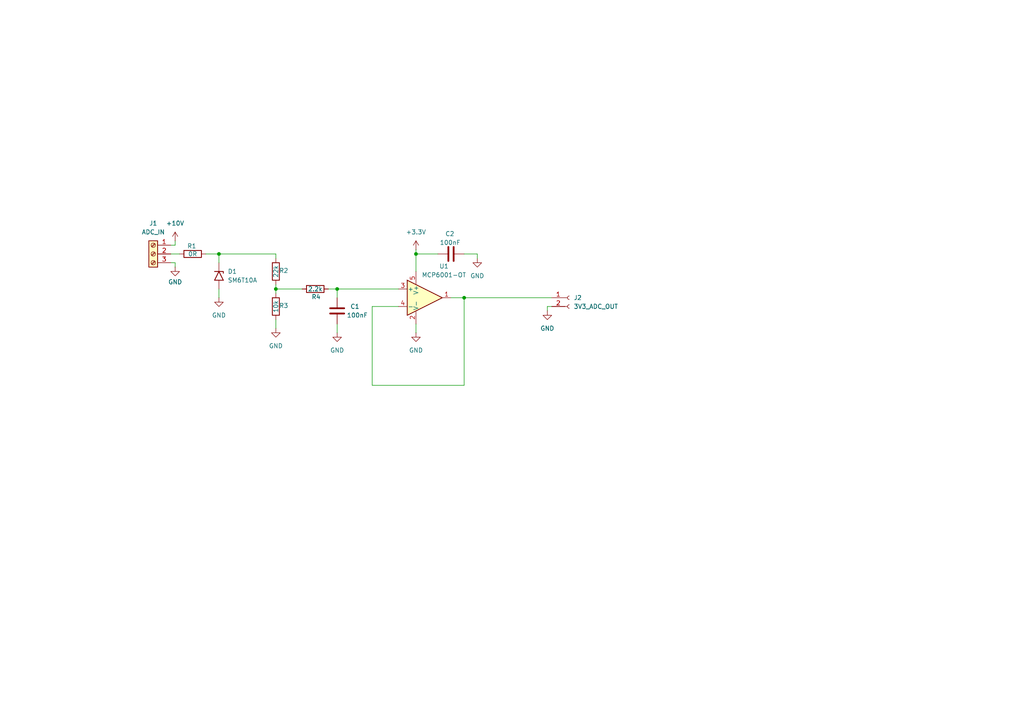
<source format=kicad_sch>
(kicad_sch
	(version 20250114)
	(generator "eeschema")
	(generator_version "9.0")
	(uuid "6cb1537f-5704-49f2-8ad0-b847e573fb93")
	(paper "A4")
	(lib_symbols
		(symbol "Amplifier_Operational:MCP6001-OT"
			(pin_names
				(offset 0.127)
			)
			(exclude_from_sim no)
			(in_bom yes)
			(on_board yes)
			(property "Reference" "U"
				(at -1.27 6.35 0)
				(effects
					(font
						(size 1.27 1.27)
					)
					(justify left)
				)
			)
			(property "Value" "MCP6001-OT"
				(at -1.27 3.81 0)
				(effects
					(font
						(size 1.27 1.27)
					)
					(justify left)
				)
			)
			(property "Footprint" "Package_TO_SOT_SMD:SOT-23-5"
				(at -2.54 -5.08 0)
				(effects
					(font
						(size 1.27 1.27)
					)
					(justify left)
					(hide yes)
				)
			)
			(property "Datasheet" "https://ww1.microchip.com/downloads/en/DeviceDoc/MCP6001-1R-1U-2-4-1-MHz-Low-Power-Op-Amp-DS20001733L.pdf"
				(at 0 5.08 0)
				(effects
					(font
						(size 1.27 1.27)
					)
					(hide yes)
				)
			)
			(property "Description" "1MHz, Low-Power Op Amp, SOT-23-5"
				(at 0 0 0)
				(effects
					(font
						(size 1.27 1.27)
					)
					(hide yes)
				)
			)
			(property "ki_keywords" "single opamp"
				(at 0 0 0)
				(effects
					(font
						(size 1.27 1.27)
					)
					(hide yes)
				)
			)
			(property "ki_fp_filters" "SOT?23*"
				(at 0 0 0)
				(effects
					(font
						(size 1.27 1.27)
					)
					(hide yes)
				)
			)
			(symbol "MCP6001-OT_0_1"
				(polyline
					(pts
						(xy -5.08 5.08) (xy 5.08 0) (xy -5.08 -5.08) (xy -5.08 5.08)
					)
					(stroke
						(width 0.254)
						(type default)
					)
					(fill
						(type background)
					)
				)
				(pin power_in line
					(at -2.54 7.62 270)
					(length 3.81)
					(name "V+"
						(effects
							(font
								(size 1.27 1.27)
							)
						)
					)
					(number "5"
						(effects
							(font
								(size 1.27 1.27)
							)
						)
					)
				)
				(pin power_in line
					(at -2.54 -7.62 90)
					(length 3.81)
					(name "V-"
						(effects
							(font
								(size 1.27 1.27)
							)
						)
					)
					(number "2"
						(effects
							(font
								(size 1.27 1.27)
							)
						)
					)
				)
			)
			(symbol "MCP6001-OT_1_1"
				(pin input line
					(at -7.62 2.54 0)
					(length 2.54)
					(name "+"
						(effects
							(font
								(size 1.27 1.27)
							)
						)
					)
					(number "3"
						(effects
							(font
								(size 1.27 1.27)
							)
						)
					)
				)
				(pin input line
					(at -7.62 -2.54 0)
					(length 2.54)
					(name "-"
						(effects
							(font
								(size 1.27 1.27)
							)
						)
					)
					(number "4"
						(effects
							(font
								(size 1.27 1.27)
							)
						)
					)
				)
				(pin output line
					(at 7.62 0 180)
					(length 2.54)
					(name "~"
						(effects
							(font
								(size 1.27 1.27)
							)
						)
					)
					(number "1"
						(effects
							(font
								(size 1.27 1.27)
							)
						)
					)
				)
			)
			(embedded_fonts no)
		)
		(symbol "Connector:Conn_01x02_Socket"
			(pin_names
				(offset 1.016)
				(hide yes)
			)
			(exclude_from_sim no)
			(in_bom yes)
			(on_board yes)
			(property "Reference" "J"
				(at 0 2.54 0)
				(effects
					(font
						(size 1.27 1.27)
					)
				)
			)
			(property "Value" "Conn_01x02_Socket"
				(at 0 -5.08 0)
				(effects
					(font
						(size 1.27 1.27)
					)
				)
			)
			(property "Footprint" ""
				(at 0 0 0)
				(effects
					(font
						(size 1.27 1.27)
					)
					(hide yes)
				)
			)
			(property "Datasheet" "~"
				(at 0 0 0)
				(effects
					(font
						(size 1.27 1.27)
					)
					(hide yes)
				)
			)
			(property "Description" "Generic connector, single row, 01x02, script generated"
				(at 0 0 0)
				(effects
					(font
						(size 1.27 1.27)
					)
					(hide yes)
				)
			)
			(property "ki_locked" ""
				(at 0 0 0)
				(effects
					(font
						(size 1.27 1.27)
					)
				)
			)
			(property "ki_keywords" "connector"
				(at 0 0 0)
				(effects
					(font
						(size 1.27 1.27)
					)
					(hide yes)
				)
			)
			(property "ki_fp_filters" "Connector*:*_1x??_*"
				(at 0 0 0)
				(effects
					(font
						(size 1.27 1.27)
					)
					(hide yes)
				)
			)
			(symbol "Conn_01x02_Socket_1_1"
				(polyline
					(pts
						(xy -1.27 0) (xy -0.508 0)
					)
					(stroke
						(width 0.1524)
						(type default)
					)
					(fill
						(type none)
					)
				)
				(polyline
					(pts
						(xy -1.27 -2.54) (xy -0.508 -2.54)
					)
					(stroke
						(width 0.1524)
						(type default)
					)
					(fill
						(type none)
					)
				)
				(arc
					(start 0 -0.508)
					(mid -0.5058 0)
					(end 0 0.508)
					(stroke
						(width 0.1524)
						(type default)
					)
					(fill
						(type none)
					)
				)
				(arc
					(start 0 -3.048)
					(mid -0.5058 -2.54)
					(end 0 -2.032)
					(stroke
						(width 0.1524)
						(type default)
					)
					(fill
						(type none)
					)
				)
				(pin passive line
					(at -5.08 0 0)
					(length 3.81)
					(name "Pin_1"
						(effects
							(font
								(size 1.27 1.27)
							)
						)
					)
					(number "1"
						(effects
							(font
								(size 1.27 1.27)
							)
						)
					)
				)
				(pin passive line
					(at -5.08 -2.54 0)
					(length 3.81)
					(name "Pin_2"
						(effects
							(font
								(size 1.27 1.27)
							)
						)
					)
					(number "2"
						(effects
							(font
								(size 1.27 1.27)
							)
						)
					)
				)
			)
			(embedded_fonts no)
		)
		(symbol "Connector:Screw_Terminal_01x03"
			(pin_names
				(offset 1.016)
				(hide yes)
			)
			(exclude_from_sim no)
			(in_bom yes)
			(on_board yes)
			(property "Reference" "J"
				(at 0 5.08 0)
				(effects
					(font
						(size 1.27 1.27)
					)
				)
			)
			(property "Value" "Screw_Terminal_01x03"
				(at 0 -5.08 0)
				(effects
					(font
						(size 1.27 1.27)
					)
				)
			)
			(property "Footprint" ""
				(at 0 0 0)
				(effects
					(font
						(size 1.27 1.27)
					)
					(hide yes)
				)
			)
			(property "Datasheet" "~"
				(at 0 0 0)
				(effects
					(font
						(size 1.27 1.27)
					)
					(hide yes)
				)
			)
			(property "Description" "Generic screw terminal, single row, 01x03, script generated (kicad-library-utils/schlib/autogen/connector/)"
				(at 0 0 0)
				(effects
					(font
						(size 1.27 1.27)
					)
					(hide yes)
				)
			)
			(property "ki_keywords" "screw terminal"
				(at 0 0 0)
				(effects
					(font
						(size 1.27 1.27)
					)
					(hide yes)
				)
			)
			(property "ki_fp_filters" "TerminalBlock*:*"
				(at 0 0 0)
				(effects
					(font
						(size 1.27 1.27)
					)
					(hide yes)
				)
			)
			(symbol "Screw_Terminal_01x03_1_1"
				(rectangle
					(start -1.27 3.81)
					(end 1.27 -3.81)
					(stroke
						(width 0.254)
						(type default)
					)
					(fill
						(type background)
					)
				)
				(polyline
					(pts
						(xy -0.5334 2.8702) (xy 0.3302 2.032)
					)
					(stroke
						(width 0.1524)
						(type default)
					)
					(fill
						(type none)
					)
				)
				(polyline
					(pts
						(xy -0.5334 0.3302) (xy 0.3302 -0.508)
					)
					(stroke
						(width 0.1524)
						(type default)
					)
					(fill
						(type none)
					)
				)
				(polyline
					(pts
						(xy -0.5334 -2.2098) (xy 0.3302 -3.048)
					)
					(stroke
						(width 0.1524)
						(type default)
					)
					(fill
						(type none)
					)
				)
				(polyline
					(pts
						(xy -0.3556 3.048) (xy 0.508 2.2098)
					)
					(stroke
						(width 0.1524)
						(type default)
					)
					(fill
						(type none)
					)
				)
				(polyline
					(pts
						(xy -0.3556 0.508) (xy 0.508 -0.3302)
					)
					(stroke
						(width 0.1524)
						(type default)
					)
					(fill
						(type none)
					)
				)
				(polyline
					(pts
						(xy -0.3556 -2.032) (xy 0.508 -2.8702)
					)
					(stroke
						(width 0.1524)
						(type default)
					)
					(fill
						(type none)
					)
				)
				(circle
					(center 0 2.54)
					(radius 0.635)
					(stroke
						(width 0.1524)
						(type default)
					)
					(fill
						(type none)
					)
				)
				(circle
					(center 0 0)
					(radius 0.635)
					(stroke
						(width 0.1524)
						(type default)
					)
					(fill
						(type none)
					)
				)
				(circle
					(center 0 -2.54)
					(radius 0.635)
					(stroke
						(width 0.1524)
						(type default)
					)
					(fill
						(type none)
					)
				)
				(pin passive line
					(at -5.08 2.54 0)
					(length 3.81)
					(name "Pin_1"
						(effects
							(font
								(size 1.27 1.27)
							)
						)
					)
					(number "1"
						(effects
							(font
								(size 1.27 1.27)
							)
						)
					)
				)
				(pin passive line
					(at -5.08 0 0)
					(length 3.81)
					(name "Pin_2"
						(effects
							(font
								(size 1.27 1.27)
							)
						)
					)
					(number "2"
						(effects
							(font
								(size 1.27 1.27)
							)
						)
					)
				)
				(pin passive line
					(at -5.08 -2.54 0)
					(length 3.81)
					(name "Pin_3"
						(effects
							(font
								(size 1.27 1.27)
							)
						)
					)
					(number "3"
						(effects
							(font
								(size 1.27 1.27)
							)
						)
					)
				)
			)
			(embedded_fonts no)
		)
		(symbol "Device:C"
			(pin_numbers
				(hide yes)
			)
			(pin_names
				(offset 0.254)
			)
			(exclude_from_sim no)
			(in_bom yes)
			(on_board yes)
			(property "Reference" "C"
				(at 0.635 2.54 0)
				(effects
					(font
						(size 1.27 1.27)
					)
					(justify left)
				)
			)
			(property "Value" "C"
				(at 0.635 -2.54 0)
				(effects
					(font
						(size 1.27 1.27)
					)
					(justify left)
				)
			)
			(property "Footprint" ""
				(at 0.9652 -3.81 0)
				(effects
					(font
						(size 1.27 1.27)
					)
					(hide yes)
				)
			)
			(property "Datasheet" "~"
				(at 0 0 0)
				(effects
					(font
						(size 1.27 1.27)
					)
					(hide yes)
				)
			)
			(property "Description" "Unpolarized capacitor"
				(at 0 0 0)
				(effects
					(font
						(size 1.27 1.27)
					)
					(hide yes)
				)
			)
			(property "ki_keywords" "cap capacitor"
				(at 0 0 0)
				(effects
					(font
						(size 1.27 1.27)
					)
					(hide yes)
				)
			)
			(property "ki_fp_filters" "C_*"
				(at 0 0 0)
				(effects
					(font
						(size 1.27 1.27)
					)
					(hide yes)
				)
			)
			(symbol "C_0_1"
				(polyline
					(pts
						(xy -2.032 0.762) (xy 2.032 0.762)
					)
					(stroke
						(width 0.508)
						(type default)
					)
					(fill
						(type none)
					)
				)
				(polyline
					(pts
						(xy -2.032 -0.762) (xy 2.032 -0.762)
					)
					(stroke
						(width 0.508)
						(type default)
					)
					(fill
						(type none)
					)
				)
			)
			(symbol "C_1_1"
				(pin passive line
					(at 0 3.81 270)
					(length 2.794)
					(name "~"
						(effects
							(font
								(size 1.27 1.27)
							)
						)
					)
					(number "1"
						(effects
							(font
								(size 1.27 1.27)
							)
						)
					)
				)
				(pin passive line
					(at 0 -3.81 90)
					(length 2.794)
					(name "~"
						(effects
							(font
								(size 1.27 1.27)
							)
						)
					)
					(number "2"
						(effects
							(font
								(size 1.27 1.27)
							)
						)
					)
				)
			)
			(embedded_fonts no)
		)
		(symbol "Device:R"
			(pin_numbers
				(hide yes)
			)
			(pin_names
				(offset 0)
			)
			(exclude_from_sim no)
			(in_bom yes)
			(on_board yes)
			(property "Reference" "R"
				(at 2.032 0 90)
				(effects
					(font
						(size 1.27 1.27)
					)
				)
			)
			(property "Value" "R"
				(at 0 0 90)
				(effects
					(font
						(size 1.27 1.27)
					)
				)
			)
			(property "Footprint" ""
				(at -1.778 0 90)
				(effects
					(font
						(size 1.27 1.27)
					)
					(hide yes)
				)
			)
			(property "Datasheet" "~"
				(at 0 0 0)
				(effects
					(font
						(size 1.27 1.27)
					)
					(hide yes)
				)
			)
			(property "Description" "Resistor"
				(at 0 0 0)
				(effects
					(font
						(size 1.27 1.27)
					)
					(hide yes)
				)
			)
			(property "ki_keywords" "R res resistor"
				(at 0 0 0)
				(effects
					(font
						(size 1.27 1.27)
					)
					(hide yes)
				)
			)
			(property "ki_fp_filters" "R_*"
				(at 0 0 0)
				(effects
					(font
						(size 1.27 1.27)
					)
					(hide yes)
				)
			)
			(symbol "R_0_1"
				(rectangle
					(start -1.016 -2.54)
					(end 1.016 2.54)
					(stroke
						(width 0.254)
						(type default)
					)
					(fill
						(type none)
					)
				)
			)
			(symbol "R_1_1"
				(pin passive line
					(at 0 3.81 270)
					(length 1.27)
					(name "~"
						(effects
							(font
								(size 1.27 1.27)
							)
						)
					)
					(number "1"
						(effects
							(font
								(size 1.27 1.27)
							)
						)
					)
				)
				(pin passive line
					(at 0 -3.81 90)
					(length 1.27)
					(name "~"
						(effects
							(font
								(size 1.27 1.27)
							)
						)
					)
					(number "2"
						(effects
							(font
								(size 1.27 1.27)
							)
						)
					)
				)
			)
			(embedded_fonts no)
		)
		(symbol "Diode:SM6T10A"
			(pin_numbers
				(hide yes)
			)
			(pin_names
				(offset 1.016)
				(hide yes)
			)
			(exclude_from_sim no)
			(in_bom yes)
			(on_board yes)
			(property "Reference" "D"
				(at 0 2.54 0)
				(effects
					(font
						(size 1.27 1.27)
					)
				)
			)
			(property "Value" "SM6T10A"
				(at 0 -2.54 0)
				(effects
					(font
						(size 1.27 1.27)
					)
				)
			)
			(property "Footprint" "Diode_SMD:D_SMB"
				(at 0 -5.08 0)
				(effects
					(font
						(size 1.27 1.27)
					)
					(hide yes)
				)
			)
			(property "Datasheet" "https://www.st.com/resource/en/datasheet/sm6t.pdf"
				(at -1.27 0 0)
				(effects
					(font
						(size 1.27 1.27)
					)
					(hide yes)
				)
			)
			(property "Description" "600W unidirectional Transil Transient Voltage Suppressor, 10Vrwm, DO-214AA"
				(at 0 0 0)
				(effects
					(font
						(size 1.27 1.27)
					)
					(hide yes)
				)
			)
			(property "ki_keywords" "diode TVS voltage suppressor"
				(at 0 0 0)
				(effects
					(font
						(size 1.27 1.27)
					)
					(hide yes)
				)
			)
			(property "ki_fp_filters" "D*SMB*"
				(at 0 0 0)
				(effects
					(font
						(size 1.27 1.27)
					)
					(hide yes)
				)
			)
			(symbol "SM6T10A_0_1"
				(polyline
					(pts
						(xy -0.762 1.27) (xy -1.27 1.27) (xy -1.27 -1.27)
					)
					(stroke
						(width 0.254)
						(type default)
					)
					(fill
						(type none)
					)
				)
				(polyline
					(pts
						(xy 1.27 1.27) (xy 1.27 -1.27) (xy -1.27 0) (xy 1.27 1.27)
					)
					(stroke
						(width 0.254)
						(type default)
					)
					(fill
						(type none)
					)
				)
			)
			(symbol "SM6T10A_1_1"
				(pin passive line
					(at -3.81 0 0)
					(length 2.54)
					(name "A1"
						(effects
							(font
								(size 1.27 1.27)
							)
						)
					)
					(number "1"
						(effects
							(font
								(size 1.27 1.27)
							)
						)
					)
				)
				(pin passive line
					(at 3.81 0 180)
					(length 2.54)
					(name "A2"
						(effects
							(font
								(size 1.27 1.27)
							)
						)
					)
					(number "2"
						(effects
							(font
								(size 1.27 1.27)
							)
						)
					)
				)
			)
			(embedded_fonts no)
		)
		(symbol "power:+10V"
			(power)
			(pin_numbers
				(hide yes)
			)
			(pin_names
				(offset 0)
				(hide yes)
			)
			(exclude_from_sim no)
			(in_bom yes)
			(on_board yes)
			(property "Reference" "#PWR"
				(at 0 -3.81 0)
				(effects
					(font
						(size 1.27 1.27)
					)
					(hide yes)
				)
			)
			(property "Value" "+10V"
				(at 0 3.556 0)
				(effects
					(font
						(size 1.27 1.27)
					)
				)
			)
			(property "Footprint" ""
				(at 0 0 0)
				(effects
					(font
						(size 1.27 1.27)
					)
					(hide yes)
				)
			)
			(property "Datasheet" ""
				(at 0 0 0)
				(effects
					(font
						(size 1.27 1.27)
					)
					(hide yes)
				)
			)
			(property "Description" "Power symbol creates a global label with name \"+10V\""
				(at 0 0 0)
				(effects
					(font
						(size 1.27 1.27)
					)
					(hide yes)
				)
			)
			(property "ki_keywords" "global power"
				(at 0 0 0)
				(effects
					(font
						(size 1.27 1.27)
					)
					(hide yes)
				)
			)
			(symbol "+10V_0_1"
				(polyline
					(pts
						(xy -0.762 1.27) (xy 0 2.54)
					)
					(stroke
						(width 0)
						(type default)
					)
					(fill
						(type none)
					)
				)
				(polyline
					(pts
						(xy 0 2.54) (xy 0.762 1.27)
					)
					(stroke
						(width 0)
						(type default)
					)
					(fill
						(type none)
					)
				)
				(polyline
					(pts
						(xy 0 0) (xy 0 2.54)
					)
					(stroke
						(width 0)
						(type default)
					)
					(fill
						(type none)
					)
				)
			)
			(symbol "+10V_1_1"
				(pin power_in line
					(at 0 0 90)
					(length 0)
					(name "~"
						(effects
							(font
								(size 1.27 1.27)
							)
						)
					)
					(number "1"
						(effects
							(font
								(size 1.27 1.27)
							)
						)
					)
				)
			)
			(embedded_fonts no)
		)
		(symbol "power:+3.3V"
			(power)
			(pin_numbers
				(hide yes)
			)
			(pin_names
				(offset 0)
				(hide yes)
			)
			(exclude_from_sim no)
			(in_bom yes)
			(on_board yes)
			(property "Reference" "#PWR"
				(at 0 -3.81 0)
				(effects
					(font
						(size 1.27 1.27)
					)
					(hide yes)
				)
			)
			(property "Value" "+3.3V"
				(at 0 3.556 0)
				(effects
					(font
						(size 1.27 1.27)
					)
				)
			)
			(property "Footprint" ""
				(at 0 0 0)
				(effects
					(font
						(size 1.27 1.27)
					)
					(hide yes)
				)
			)
			(property "Datasheet" ""
				(at 0 0 0)
				(effects
					(font
						(size 1.27 1.27)
					)
					(hide yes)
				)
			)
			(property "Description" "Power symbol creates a global label with name \"+3.3V\""
				(at 0 0 0)
				(effects
					(font
						(size 1.27 1.27)
					)
					(hide yes)
				)
			)
			(property "ki_keywords" "global power"
				(at 0 0 0)
				(effects
					(font
						(size 1.27 1.27)
					)
					(hide yes)
				)
			)
			(symbol "+3.3V_0_1"
				(polyline
					(pts
						(xy -0.762 1.27) (xy 0 2.54)
					)
					(stroke
						(width 0)
						(type default)
					)
					(fill
						(type none)
					)
				)
				(polyline
					(pts
						(xy 0 2.54) (xy 0.762 1.27)
					)
					(stroke
						(width 0)
						(type default)
					)
					(fill
						(type none)
					)
				)
				(polyline
					(pts
						(xy 0 0) (xy 0 2.54)
					)
					(stroke
						(width 0)
						(type default)
					)
					(fill
						(type none)
					)
				)
			)
			(symbol "+3.3V_1_1"
				(pin power_in line
					(at 0 0 90)
					(length 0)
					(name "~"
						(effects
							(font
								(size 1.27 1.27)
							)
						)
					)
					(number "1"
						(effects
							(font
								(size 1.27 1.27)
							)
						)
					)
				)
			)
			(embedded_fonts no)
		)
		(symbol "power:GND"
			(power)
			(pin_numbers
				(hide yes)
			)
			(pin_names
				(offset 0)
				(hide yes)
			)
			(exclude_from_sim no)
			(in_bom yes)
			(on_board yes)
			(property "Reference" "#PWR"
				(at 0 -6.35 0)
				(effects
					(font
						(size 1.27 1.27)
					)
					(hide yes)
				)
			)
			(property "Value" "GND"
				(at 0 -3.81 0)
				(effects
					(font
						(size 1.27 1.27)
					)
				)
			)
			(property "Footprint" ""
				(at 0 0 0)
				(effects
					(font
						(size 1.27 1.27)
					)
					(hide yes)
				)
			)
			(property "Datasheet" ""
				(at 0 0 0)
				(effects
					(font
						(size 1.27 1.27)
					)
					(hide yes)
				)
			)
			(property "Description" "Power symbol creates a global label with name \"GND\" , ground"
				(at 0 0 0)
				(effects
					(font
						(size 1.27 1.27)
					)
					(hide yes)
				)
			)
			(property "ki_keywords" "global power"
				(at 0 0 0)
				(effects
					(font
						(size 1.27 1.27)
					)
					(hide yes)
				)
			)
			(symbol "GND_0_1"
				(polyline
					(pts
						(xy 0 0) (xy 0 -1.27) (xy 1.27 -1.27) (xy 0 -2.54) (xy -1.27 -1.27) (xy 0 -1.27)
					)
					(stroke
						(width 0)
						(type default)
					)
					(fill
						(type none)
					)
				)
			)
			(symbol "GND_1_1"
				(pin power_in line
					(at 0 0 270)
					(length 0)
					(name "~"
						(effects
							(font
								(size 1.27 1.27)
							)
						)
					)
					(number "1"
						(effects
							(font
								(size 1.27 1.27)
							)
						)
					)
				)
			)
			(embedded_fonts no)
		)
	)
	(junction
		(at 120.65 73.66)
		(diameter 0)
		(color 0 0 0 0)
		(uuid "0fada9c7-80b9-442c-bf64-ede61dfcea64")
	)
	(junction
		(at 63.5 73.66)
		(diameter 0)
		(color 0 0 0 0)
		(uuid "60b97ad8-43ee-499e-a4f1-9b8100f8223a")
	)
	(junction
		(at 134.62 86.36)
		(diameter 0)
		(color 0 0 0 0)
		(uuid "8488ff09-5097-44a3-9f83-5ac7d180df00")
	)
	(junction
		(at 97.79 83.82)
		(diameter 0)
		(color 0 0 0 0)
		(uuid "a6baebdd-b5d8-475d-ae04-95686b2aa555")
	)
	(junction
		(at 80.01 83.82)
		(diameter 0)
		(color 0 0 0 0)
		(uuid "f753dda3-53e0-4b93-bf3a-d0765ba19311")
	)
	(wire
		(pts
			(xy 50.8 76.2) (xy 50.8 77.47)
		)
		(stroke
			(width 0)
			(type default)
		)
		(uuid "03af3c53-2516-4da1-aca7-2a9b460b3b08")
	)
	(wire
		(pts
			(xy 50.8 71.12) (xy 49.53 71.12)
		)
		(stroke
			(width 0)
			(type default)
		)
		(uuid "29287b41-b9c1-420f-bbf1-88d059120a3c")
	)
	(wire
		(pts
			(xy 120.65 72.39) (xy 120.65 73.66)
		)
		(stroke
			(width 0)
			(type default)
		)
		(uuid "2ba01bba-468d-4579-b007-0bde9e988fe9")
	)
	(wire
		(pts
			(xy 158.75 90.17) (xy 158.75 88.9)
		)
		(stroke
			(width 0)
			(type default)
		)
		(uuid "30ed9da1-7d8d-4045-ad16-f2ae4cf3d2b1")
	)
	(wire
		(pts
			(xy 59.69 73.66) (xy 63.5 73.66)
		)
		(stroke
			(width 0)
			(type default)
		)
		(uuid "38416c36-71b4-4f18-b9cb-c31f1e26e56c")
	)
	(wire
		(pts
			(xy 97.79 93.98) (xy 97.79 96.52)
		)
		(stroke
			(width 0)
			(type default)
		)
		(uuid "45265252-61c2-4505-a293-c8fb4a51b44a")
	)
	(wire
		(pts
			(xy 49.53 76.2) (xy 50.8 76.2)
		)
		(stroke
			(width 0)
			(type default)
		)
		(uuid "5312b3d5-e0b9-49b3-8b68-da170b171890")
	)
	(wire
		(pts
			(xy 97.79 83.82) (xy 115.57 83.82)
		)
		(stroke
			(width 0)
			(type default)
		)
		(uuid "62d121b0-0b8c-49e5-8105-dc02542924fb")
	)
	(wire
		(pts
			(xy 80.01 82.55) (xy 80.01 83.82)
		)
		(stroke
			(width 0)
			(type default)
		)
		(uuid "672bbe39-d0c3-4936-8b59-1c1f5073a55b")
	)
	(wire
		(pts
			(xy 80.01 73.66) (xy 80.01 74.93)
		)
		(stroke
			(width 0)
			(type default)
		)
		(uuid "68604695-51cb-4eec-9f2e-5611d95b8c0b")
	)
	(wire
		(pts
			(xy 158.75 88.9) (xy 160.02 88.9)
		)
		(stroke
			(width 0)
			(type default)
		)
		(uuid "6a5fd3d8-5564-4890-9c75-8e76e87184a3")
	)
	(wire
		(pts
			(xy 107.95 88.9) (xy 107.95 111.76)
		)
		(stroke
			(width 0)
			(type default)
		)
		(uuid "6fcc9593-97a3-42a5-a510-98d690fe718f")
	)
	(wire
		(pts
			(xy 134.62 111.76) (xy 134.62 86.36)
		)
		(stroke
			(width 0)
			(type default)
		)
		(uuid "744d7d05-3f1f-4de8-92f0-b4281fb65dda")
	)
	(wire
		(pts
			(xy 130.81 86.36) (xy 134.62 86.36)
		)
		(stroke
			(width 0)
			(type default)
		)
		(uuid "8206a4e6-a9cd-4a0c-b2aa-1b0f7daa58ba")
	)
	(wire
		(pts
			(xy 63.5 83.82) (xy 63.5 86.36)
		)
		(stroke
			(width 0)
			(type default)
		)
		(uuid "94090307-76bc-40e0-9676-c153659127c4")
	)
	(wire
		(pts
			(xy 120.65 73.66) (xy 127 73.66)
		)
		(stroke
			(width 0)
			(type default)
		)
		(uuid "a3b5b007-6068-455a-8dea-16773b1a2fa6")
	)
	(wire
		(pts
			(xy 50.8 69.85) (xy 50.8 71.12)
		)
		(stroke
			(width 0)
			(type default)
		)
		(uuid "ac77248e-c2a1-414c-9999-7139dc09f0ff")
	)
	(wire
		(pts
			(xy 49.53 73.66) (xy 52.07 73.66)
		)
		(stroke
			(width 0)
			(type default)
		)
		(uuid "b1c0c9cf-820a-444e-8355-2db38b400435")
	)
	(wire
		(pts
			(xy 120.65 93.98) (xy 120.65 96.52)
		)
		(stroke
			(width 0)
			(type default)
		)
		(uuid "b1e2ed3e-91dd-4ee6-a40e-1d3a6f8ebb47")
	)
	(wire
		(pts
			(xy 97.79 86.36) (xy 97.79 83.82)
		)
		(stroke
			(width 0)
			(type default)
		)
		(uuid "b4bc34a4-90fa-41a8-8945-eb0f1ec71a14")
	)
	(wire
		(pts
			(xy 138.43 73.66) (xy 134.62 73.66)
		)
		(stroke
			(width 0)
			(type default)
		)
		(uuid "b662034d-b848-4039-970c-896debadb770")
	)
	(wire
		(pts
			(xy 134.62 86.36) (xy 160.02 86.36)
		)
		(stroke
			(width 0)
			(type default)
		)
		(uuid "d2b46bbd-a016-4b85-a1a2-474e3ca8ff7c")
	)
	(wire
		(pts
			(xy 80.01 83.82) (xy 80.01 85.09)
		)
		(stroke
			(width 0)
			(type default)
		)
		(uuid "d624a3a1-c857-4c88-892e-0043b1e2a451")
	)
	(wire
		(pts
			(xy 63.5 73.66) (xy 80.01 73.66)
		)
		(stroke
			(width 0)
			(type default)
		)
		(uuid "dd680ec8-3680-415a-bafa-d3cdd81dd0a1")
	)
	(wire
		(pts
			(xy 120.65 73.66) (xy 120.65 78.74)
		)
		(stroke
			(width 0)
			(type default)
		)
		(uuid "dee7c825-92f7-4f16-b010-b0fa2a4d3ab3")
	)
	(wire
		(pts
			(xy 97.79 83.82) (xy 95.25 83.82)
		)
		(stroke
			(width 0)
			(type default)
		)
		(uuid "e17adf80-2ced-4092-8bf1-c3988c1b0d13")
	)
	(wire
		(pts
			(xy 80.01 95.25) (xy 80.01 92.71)
		)
		(stroke
			(width 0)
			(type default)
		)
		(uuid "e2722138-5353-4906-bf2d-2dfe3512035d")
	)
	(wire
		(pts
			(xy 107.95 111.76) (xy 134.62 111.76)
		)
		(stroke
			(width 0)
			(type default)
		)
		(uuid "e4394954-df6f-4390-80f8-a377a03e53e3")
	)
	(wire
		(pts
			(xy 115.57 88.9) (xy 107.95 88.9)
		)
		(stroke
			(width 0)
			(type default)
		)
		(uuid "ec20ae15-472d-43f6-a544-d79b8f3ddddb")
	)
	(wire
		(pts
			(xy 63.5 73.66) (xy 63.5 76.2)
		)
		(stroke
			(width 0)
			(type default)
		)
		(uuid "f0609e01-af33-4993-81f3-a33ca5532a31")
	)
	(wire
		(pts
			(xy 80.01 83.82) (xy 87.63 83.82)
		)
		(stroke
			(width 0)
			(type default)
		)
		(uuid "f84e4e30-5045-44a7-b6da-22d78a00258c")
	)
	(wire
		(pts
			(xy 138.43 74.93) (xy 138.43 73.66)
		)
		(stroke
			(width 0)
			(type default)
		)
		(uuid "ffd868e4-cdbe-43b2-97fd-c029d8f5f3c5")
	)
	(symbol
		(lib_id "power:GND")
		(at 63.5 86.36 0)
		(unit 1)
		(exclude_from_sim no)
		(in_bom yes)
		(on_board yes)
		(dnp no)
		(fields_autoplaced yes)
		(uuid "1f92ab86-c628-4127-8e73-457d81cc0c56")
		(property "Reference" "#PWR03"
			(at 63.5 92.71 0)
			(effects
				(font
					(size 1.27 1.27)
				)
				(hide yes)
			)
		)
		(property "Value" "GND"
			(at 63.5 91.44 0)
			(effects
				(font
					(size 1.27 1.27)
				)
			)
		)
		(property "Footprint" ""
			(at 63.5 86.36 0)
			(effects
				(font
					(size 1.27 1.27)
				)
				(hide yes)
			)
		)
		(property "Datasheet" ""
			(at 63.5 86.36 0)
			(effects
				(font
					(size 1.27 1.27)
				)
				(hide yes)
			)
		)
		(property "Description" "Power symbol creates a global label with name \"GND\" , ground"
			(at 63.5 86.36 0)
			(effects
				(font
					(size 1.27 1.27)
				)
				(hide yes)
			)
		)
		(pin "1"
			(uuid "44f5785e-9b9c-4a99-8bac-49073ba24870")
		)
		(instances
			(project "ADCs"
				(path "/6cb1537f-5704-49f2-8ad0-b847e573fb93"
					(reference "#PWR03")
					(unit 1)
				)
			)
		)
	)
	(symbol
		(lib_id "Device:R")
		(at 80.01 88.9 180)
		(unit 1)
		(exclude_from_sim no)
		(in_bom yes)
		(on_board yes)
		(dnp no)
		(uuid "2e2c988e-7967-462c-b814-17a37f72289d")
		(property "Reference" "R3"
			(at 82.296 88.646 0)
			(effects
				(font
					(size 1.27 1.27)
				)
			)
		)
		(property "Value" "10k"
			(at 80.01 88.9 90)
			(effects
				(font
					(size 1.27 1.27)
				)
			)
		)
		(property "Footprint" "Resistor_SMD:R_0805_2012Metric"
			(at 81.788 88.9 90)
			(effects
				(font
					(size 1.27 1.27)
				)
				(hide yes)
			)
		)
		(property "Datasheet" "~"
			(at 80.01 88.9 0)
			(effects
				(font
					(size 1.27 1.27)
				)
				(hide yes)
			)
		)
		(property "Description" "Resistor"
			(at 80.01 88.9 0)
			(effects
				(font
					(size 1.27 1.27)
				)
				(hide yes)
			)
		)
		(pin "2"
			(uuid "ac43f243-b14f-4e7f-bc8b-cc151316d15b")
		)
		(pin "1"
			(uuid "fda9219e-2300-4ee7-9e08-fe3fd0cfd135")
		)
		(instances
			(project "ADCs"
				(path "/6cb1537f-5704-49f2-8ad0-b847e573fb93"
					(reference "R3")
					(unit 1)
				)
			)
		)
	)
	(symbol
		(lib_id "Amplifier_Operational:MCP6001-OT")
		(at 123.19 86.36 0)
		(unit 1)
		(exclude_from_sim no)
		(in_bom yes)
		(on_board yes)
		(dnp no)
		(uuid "36b03696-208a-48a3-9903-9280c25f3bd5")
		(property "Reference" "U1"
			(at 128.778 77.216 0)
			(effects
				(font
					(size 1.27 1.27)
				)
			)
		)
		(property "Value" "MCP6001-OT"
			(at 128.778 79.756 0)
			(effects
				(font
					(size 1.27 1.27)
				)
			)
		)
		(property "Footprint" "Package_TO_SOT_SMD:SOT-23-5"
			(at 120.65 91.44 0)
			(effects
				(font
					(size 1.27 1.27)
				)
				(justify left)
				(hide yes)
			)
		)
		(property "Datasheet" "https://ww1.microchip.com/downloads/en/DeviceDoc/MCP6001-1R-1U-2-4-1-MHz-Low-Power-Op-Amp-DS20001733L.pdf"
			(at 123.19 81.28 0)
			(effects
				(font
					(size 1.27 1.27)
				)
				(hide yes)
			)
		)
		(property "Description" "1MHz, Low-Power Op Amp, SOT-23-5"
			(at 123.19 86.36 0)
			(effects
				(font
					(size 1.27 1.27)
				)
				(hide yes)
			)
		)
		(pin "2"
			(uuid "182938d6-45c1-4c90-b48e-56b7f189e845")
		)
		(pin "3"
			(uuid "cc5d9aa3-0888-47f4-bc8e-93083d528d21")
		)
		(pin "1"
			(uuid "0e211246-466d-46a8-b092-aa3bdc38b33a")
		)
		(pin "5"
			(uuid "5e8b7638-d1a4-45f0-9226-509dab6a242f")
		)
		(pin "4"
			(uuid "30b62a1f-7d66-49e9-9681-25fec7533844")
		)
		(instances
			(project ""
				(path "/6cb1537f-5704-49f2-8ad0-b847e573fb93"
					(reference "U1")
					(unit 1)
				)
			)
		)
	)
	(symbol
		(lib_id "power:GND")
		(at 138.43 74.93 0)
		(unit 1)
		(exclude_from_sim no)
		(in_bom yes)
		(on_board yes)
		(dnp no)
		(fields_autoplaced yes)
		(uuid "37e2b7f0-3de4-499e-916c-24c365a0385f")
		(property "Reference" "#PWR08"
			(at 138.43 81.28 0)
			(effects
				(font
					(size 1.27 1.27)
				)
				(hide yes)
			)
		)
		(property "Value" "GND"
			(at 138.43 80.01 0)
			(effects
				(font
					(size 1.27 1.27)
				)
			)
		)
		(property "Footprint" ""
			(at 138.43 74.93 0)
			(effects
				(font
					(size 1.27 1.27)
				)
				(hide yes)
			)
		)
		(property "Datasheet" ""
			(at 138.43 74.93 0)
			(effects
				(font
					(size 1.27 1.27)
				)
				(hide yes)
			)
		)
		(property "Description" "Power symbol creates a global label with name \"GND\" , ground"
			(at 138.43 74.93 0)
			(effects
				(font
					(size 1.27 1.27)
				)
				(hide yes)
			)
		)
		(pin "1"
			(uuid "057c8092-b132-46bb-be2a-4505dd16efad")
		)
		(instances
			(project "ADCs"
				(path "/6cb1537f-5704-49f2-8ad0-b847e573fb93"
					(reference "#PWR08")
					(unit 1)
				)
			)
		)
	)
	(symbol
		(lib_id "Device:R")
		(at 55.88 73.66 270)
		(unit 1)
		(exclude_from_sim no)
		(in_bom yes)
		(on_board yes)
		(dnp no)
		(uuid "4467ba6b-b482-420e-b5ca-bc7c33a02ca1")
		(property "Reference" "R1"
			(at 55.626 71.374 90)
			(effects
				(font
					(size 1.27 1.27)
				)
			)
		)
		(property "Value" "0R"
			(at 55.88 73.66 90)
			(effects
				(font
					(size 1.27 1.27)
				)
			)
		)
		(property "Footprint" "Resistor_SMD:R_0805_2012Metric"
			(at 55.88 71.882 90)
			(effects
				(font
					(size 1.27 1.27)
				)
				(hide yes)
			)
		)
		(property "Datasheet" "~"
			(at 55.88 73.66 0)
			(effects
				(font
					(size 1.27 1.27)
				)
				(hide yes)
			)
		)
		(property "Description" "Resistor"
			(at 55.88 73.66 0)
			(effects
				(font
					(size 1.27 1.27)
				)
				(hide yes)
			)
		)
		(pin "2"
			(uuid "40359c2d-358f-429e-a007-badd16d14351")
		)
		(pin "1"
			(uuid "14fb0ad9-f8c1-4fde-9652-e43fb32f1671")
		)
		(instances
			(project "ADCs"
				(path "/6cb1537f-5704-49f2-8ad0-b847e573fb93"
					(reference "R1")
					(unit 1)
				)
			)
		)
	)
	(symbol
		(lib_id "power:GND")
		(at 50.8 77.47 0)
		(unit 1)
		(exclude_from_sim no)
		(in_bom yes)
		(on_board yes)
		(dnp no)
		(uuid "49f4630d-5012-4777-9001-78ad74165524")
		(property "Reference" "#PWR02"
			(at 50.8 83.82 0)
			(effects
				(font
					(size 1.27 1.27)
				)
				(hide yes)
			)
		)
		(property "Value" "GND"
			(at 50.8 81.788 0)
			(effects
				(font
					(size 1.27 1.27)
				)
			)
		)
		(property "Footprint" ""
			(at 50.8 77.47 0)
			(effects
				(font
					(size 1.27 1.27)
				)
				(hide yes)
			)
		)
		(property "Datasheet" ""
			(at 50.8 77.47 0)
			(effects
				(font
					(size 1.27 1.27)
				)
				(hide yes)
			)
		)
		(property "Description" "Power symbol creates a global label with name \"GND\" , ground"
			(at 50.8 77.47 0)
			(effects
				(font
					(size 1.27 1.27)
				)
				(hide yes)
			)
		)
		(pin "1"
			(uuid "8bd93d03-b2d7-4f0b-aaaa-60f1891c76a9")
		)
		(instances
			(project ""
				(path "/6cb1537f-5704-49f2-8ad0-b847e573fb93"
					(reference "#PWR02")
					(unit 1)
				)
			)
		)
	)
	(symbol
		(lib_id "power:GND")
		(at 97.79 96.52 0)
		(unit 1)
		(exclude_from_sim no)
		(in_bom yes)
		(on_board yes)
		(dnp no)
		(fields_autoplaced yes)
		(uuid "747ba18a-e218-4385-8597-1a61815af2c9")
		(property "Reference" "#PWR05"
			(at 97.79 102.87 0)
			(effects
				(font
					(size 1.27 1.27)
				)
				(hide yes)
			)
		)
		(property "Value" "GND"
			(at 97.79 101.6 0)
			(effects
				(font
					(size 1.27 1.27)
				)
			)
		)
		(property "Footprint" ""
			(at 97.79 96.52 0)
			(effects
				(font
					(size 1.27 1.27)
				)
				(hide yes)
			)
		)
		(property "Datasheet" ""
			(at 97.79 96.52 0)
			(effects
				(font
					(size 1.27 1.27)
				)
				(hide yes)
			)
		)
		(property "Description" "Power symbol creates a global label with name \"GND\" , ground"
			(at 97.79 96.52 0)
			(effects
				(font
					(size 1.27 1.27)
				)
				(hide yes)
			)
		)
		(pin "1"
			(uuid "e6e25fce-90b4-476a-a3af-63dee455c465")
		)
		(instances
			(project "ADCs"
				(path "/6cb1537f-5704-49f2-8ad0-b847e573fb93"
					(reference "#PWR05")
					(unit 1)
				)
			)
		)
	)
	(symbol
		(lib_id "power:+3.3V")
		(at 120.65 72.39 0)
		(unit 1)
		(exclude_from_sim no)
		(in_bom yes)
		(on_board yes)
		(dnp no)
		(fields_autoplaced yes)
		(uuid "8250d75d-c264-451c-b548-b1881ec4c8bf")
		(property "Reference" "#PWR06"
			(at 120.65 76.2 0)
			(effects
				(font
					(size 1.27 1.27)
				)
				(hide yes)
			)
		)
		(property "Value" "+3.3V"
			(at 120.65 67.31 0)
			(effects
				(font
					(size 1.27 1.27)
				)
			)
		)
		(property "Footprint" ""
			(at 120.65 72.39 0)
			(effects
				(font
					(size 1.27 1.27)
				)
				(hide yes)
			)
		)
		(property "Datasheet" ""
			(at 120.65 72.39 0)
			(effects
				(font
					(size 1.27 1.27)
				)
				(hide yes)
			)
		)
		(property "Description" "Power symbol creates a global label with name \"+3.3V\""
			(at 120.65 72.39 0)
			(effects
				(font
					(size 1.27 1.27)
				)
				(hide yes)
			)
		)
		(pin "1"
			(uuid "04e44b5f-15f0-403a-b17b-ff814e46a676")
		)
		(instances
			(project ""
				(path "/6cb1537f-5704-49f2-8ad0-b847e573fb93"
					(reference "#PWR06")
					(unit 1)
				)
			)
		)
	)
	(symbol
		(lib_id "power:GND")
		(at 80.01 95.25 0)
		(unit 1)
		(exclude_from_sim no)
		(in_bom yes)
		(on_board yes)
		(dnp no)
		(fields_autoplaced yes)
		(uuid "85377a1f-4a89-4b0a-87b3-a18f97258970")
		(property "Reference" "#PWR04"
			(at 80.01 101.6 0)
			(effects
				(font
					(size 1.27 1.27)
				)
				(hide yes)
			)
		)
		(property "Value" "GND"
			(at 80.01 100.33 0)
			(effects
				(font
					(size 1.27 1.27)
				)
			)
		)
		(property "Footprint" ""
			(at 80.01 95.25 0)
			(effects
				(font
					(size 1.27 1.27)
				)
				(hide yes)
			)
		)
		(property "Datasheet" ""
			(at 80.01 95.25 0)
			(effects
				(font
					(size 1.27 1.27)
				)
				(hide yes)
			)
		)
		(property "Description" "Power symbol creates a global label with name \"GND\" , ground"
			(at 80.01 95.25 0)
			(effects
				(font
					(size 1.27 1.27)
				)
				(hide yes)
			)
		)
		(pin "1"
			(uuid "c14faaa8-b6fa-49a2-8b3c-a0183a3c8736")
		)
		(instances
			(project "ADCs"
				(path "/6cb1537f-5704-49f2-8ad0-b847e573fb93"
					(reference "#PWR04")
					(unit 1)
				)
			)
		)
	)
	(symbol
		(lib_id "power:+10V")
		(at 50.8 69.85 0)
		(unit 1)
		(exclude_from_sim no)
		(in_bom yes)
		(on_board yes)
		(dnp no)
		(fields_autoplaced yes)
		(uuid "97de41a2-86bc-4e7e-a2af-457ba2c255f9")
		(property "Reference" "#PWR01"
			(at 50.8 73.66 0)
			(effects
				(font
					(size 1.27 1.27)
				)
				(hide yes)
			)
		)
		(property "Value" "+10V"
			(at 50.8 64.77 0)
			(effects
				(font
					(size 1.27 1.27)
				)
			)
		)
		(property "Footprint" ""
			(at 50.8 69.85 0)
			(effects
				(font
					(size 1.27 1.27)
				)
				(hide yes)
			)
		)
		(property "Datasheet" ""
			(at 50.8 69.85 0)
			(effects
				(font
					(size 1.27 1.27)
				)
				(hide yes)
			)
		)
		(property "Description" "Power symbol creates a global label with name \"+10V\""
			(at 50.8 69.85 0)
			(effects
				(font
					(size 1.27 1.27)
				)
				(hide yes)
			)
		)
		(pin "1"
			(uuid "df125ffe-5abb-480f-9004-fc3cd790530c")
		)
		(instances
			(project ""
				(path "/6cb1537f-5704-49f2-8ad0-b847e573fb93"
					(reference "#PWR01")
					(unit 1)
				)
			)
		)
	)
	(symbol
		(lib_id "Device:C")
		(at 97.79 90.17 0)
		(unit 1)
		(exclude_from_sim no)
		(in_bom yes)
		(on_board yes)
		(dnp no)
		(uuid "9e07da39-eff9-4c85-9f55-d799762b2413")
		(property "Reference" "C1"
			(at 101.6 88.8999 0)
			(effects
				(font
					(size 1.27 1.27)
				)
				(justify left)
			)
		)
		(property "Value" "100nF"
			(at 100.584 91.44 0)
			(effects
				(font
					(size 1.27 1.27)
				)
				(justify left)
			)
		)
		(property "Footprint" "Capacitor_SMD:C_1206_3216Metric"
			(at 98.7552 93.98 0)
			(effects
				(font
					(size 1.27 1.27)
				)
				(hide yes)
			)
		)
		(property "Datasheet" "~"
			(at 97.79 90.17 0)
			(effects
				(font
					(size 1.27 1.27)
				)
				(hide yes)
			)
		)
		(property "Description" "Unpolarized capacitor"
			(at 97.79 90.17 0)
			(effects
				(font
					(size 1.27 1.27)
				)
				(hide yes)
			)
		)
		(pin "1"
			(uuid "7eb4fbac-e09c-4238-88d3-1cfbf8f1571f")
		)
		(pin "2"
			(uuid "be362042-e2fd-4270-85cc-ea94eb91cb6e")
		)
		(instances
			(project "ADCs"
				(path "/6cb1537f-5704-49f2-8ad0-b847e573fb93"
					(reference "C1")
					(unit 1)
				)
			)
		)
	)
	(symbol
		(lib_id "power:GND")
		(at 120.65 96.52 0)
		(unit 1)
		(exclude_from_sim no)
		(in_bom yes)
		(on_board yes)
		(dnp no)
		(fields_autoplaced yes)
		(uuid "9f7249d9-2202-4f2a-92a1-dffbf8b17c9a")
		(property "Reference" "#PWR07"
			(at 120.65 102.87 0)
			(effects
				(font
					(size 1.27 1.27)
				)
				(hide yes)
			)
		)
		(property "Value" "GND"
			(at 120.65 101.6 0)
			(effects
				(font
					(size 1.27 1.27)
				)
			)
		)
		(property "Footprint" ""
			(at 120.65 96.52 0)
			(effects
				(font
					(size 1.27 1.27)
				)
				(hide yes)
			)
		)
		(property "Datasheet" ""
			(at 120.65 96.52 0)
			(effects
				(font
					(size 1.27 1.27)
				)
				(hide yes)
			)
		)
		(property "Description" "Power symbol creates a global label with name \"GND\" , ground"
			(at 120.65 96.52 0)
			(effects
				(font
					(size 1.27 1.27)
				)
				(hide yes)
			)
		)
		(pin "1"
			(uuid "5839a5ee-ef79-483b-9bca-cccaa7eac9bb")
		)
		(instances
			(project ""
				(path "/6cb1537f-5704-49f2-8ad0-b847e573fb93"
					(reference "#PWR07")
					(unit 1)
				)
			)
		)
	)
	(symbol
		(lib_id "Device:R")
		(at 80.01 78.74 180)
		(unit 1)
		(exclude_from_sim no)
		(in_bom yes)
		(on_board yes)
		(dnp no)
		(uuid "a13a7fb5-bb78-409b-a45f-e82bcb0c7a2e")
		(property "Reference" "R2"
			(at 82.296 78.486 0)
			(effects
				(font
					(size 1.27 1.27)
				)
			)
		)
		(property "Value" "22k"
			(at 80.01 78.74 90)
			(effects
				(font
					(size 1.27 1.27)
				)
			)
		)
		(property "Footprint" "Resistor_SMD:R_0805_2012Metric"
			(at 81.788 78.74 90)
			(effects
				(font
					(size 1.27 1.27)
				)
				(hide yes)
			)
		)
		(property "Datasheet" "~"
			(at 80.01 78.74 0)
			(effects
				(font
					(size 1.27 1.27)
				)
				(hide yes)
			)
		)
		(property "Description" "Resistor"
			(at 80.01 78.74 0)
			(effects
				(font
					(size 1.27 1.27)
				)
				(hide yes)
			)
		)
		(pin "2"
			(uuid "4bea9c94-4339-4e90-a4ae-d54a699dab4e")
		)
		(pin "1"
			(uuid "22a5a0e1-b7bb-43e5-b15e-11bae170d00e")
		)
		(instances
			(project "ADCs"
				(path "/6cb1537f-5704-49f2-8ad0-b847e573fb93"
					(reference "R2")
					(unit 1)
				)
			)
		)
	)
	(symbol
		(lib_id "Connector:Screw_Terminal_01x03")
		(at 44.45 73.66 0)
		(mirror y)
		(unit 1)
		(exclude_from_sim no)
		(in_bom yes)
		(on_board yes)
		(dnp no)
		(fields_autoplaced yes)
		(uuid "a2f35783-c903-459f-912a-450e2001b0e3")
		(property "Reference" "J1"
			(at 44.45 64.77 0)
			(effects
				(font
					(size 1.27 1.27)
				)
			)
		)
		(property "Value" "ADC_IN"
			(at 44.45 67.31 0)
			(effects
				(font
					(size 1.27 1.27)
				)
			)
		)
		(property "Footprint" "TerminalBlock:TerminalBlock_Xinya_XY308-2.54-3P_1x03_P2.54mm_Horizontal"
			(at 44.45 73.66 0)
			(effects
				(font
					(size 1.27 1.27)
				)
				(hide yes)
			)
		)
		(property "Datasheet" "~"
			(at 44.45 73.66 0)
			(effects
				(font
					(size 1.27 1.27)
				)
				(hide yes)
			)
		)
		(property "Description" "Generic screw terminal, single row, 01x03, script generated (kicad-library-utils/schlib/autogen/connector/)"
			(at 44.45 73.66 0)
			(effects
				(font
					(size 1.27 1.27)
				)
				(hide yes)
			)
		)
		(pin "2"
			(uuid "11ac17aa-042f-4638-919c-8204c315ea11")
		)
		(pin "1"
			(uuid "7094de2c-d559-416f-b4ab-bc561bafeeda")
		)
		(pin "3"
			(uuid "e20573cd-738c-4ce1-aa4f-399510dd5597")
		)
		(instances
			(project ""
				(path "/6cb1537f-5704-49f2-8ad0-b847e573fb93"
					(reference "J1")
					(unit 1)
				)
			)
		)
	)
	(symbol
		(lib_id "Device:C")
		(at 130.81 73.66 90)
		(unit 1)
		(exclude_from_sim no)
		(in_bom yes)
		(on_board yes)
		(dnp no)
		(uuid "beb1cf80-f343-4274-8cb0-838f89b4139b")
		(property "Reference" "C2"
			(at 131.826 67.818 90)
			(effects
				(font
					(size 1.27 1.27)
				)
				(justify left)
			)
		)
		(property "Value" "100nF"
			(at 133.604 70.358 90)
			(effects
				(font
					(size 1.27 1.27)
				)
				(justify left)
			)
		)
		(property "Footprint" "Capacitor_SMD:C_1206_3216Metric"
			(at 134.62 72.6948 0)
			(effects
				(font
					(size 1.27 1.27)
				)
				(hide yes)
			)
		)
		(property "Datasheet" "~"
			(at 130.81 73.66 0)
			(effects
				(font
					(size 1.27 1.27)
				)
				(hide yes)
			)
		)
		(property "Description" "Unpolarized capacitor"
			(at 130.81 73.66 0)
			(effects
				(font
					(size 1.27 1.27)
				)
				(hide yes)
			)
		)
		(pin "1"
			(uuid "81ad38ad-8249-4600-b1e3-d3c8a149a9f5")
		)
		(pin "2"
			(uuid "77e81f9f-e2b4-41ec-a027-b5456336d67a")
		)
		(instances
			(project "ADCs"
				(path "/6cb1537f-5704-49f2-8ad0-b847e573fb93"
					(reference "C2")
					(unit 1)
				)
			)
		)
	)
	(symbol
		(lib_id "Connector:Conn_01x02_Socket")
		(at 165.1 86.36 0)
		(unit 1)
		(exclude_from_sim no)
		(in_bom yes)
		(on_board yes)
		(dnp no)
		(fields_autoplaced yes)
		(uuid "cdf842d3-91cd-4c8c-9242-51b3cd38766c")
		(property "Reference" "J2"
			(at 166.37 86.3599 0)
			(effects
				(font
					(size 1.27 1.27)
				)
				(justify left)
			)
		)
		(property "Value" "3V3_ADC_OUT"
			(at 166.37 88.8999 0)
			(effects
				(font
					(size 1.27 1.27)
				)
				(justify left)
			)
		)
		(property "Footprint" "Connector_JST:JST_XH_S2B-XH-A-1_1x02_P2.50mm_Horizontal"
			(at 165.1 86.36 0)
			(effects
				(font
					(size 1.27 1.27)
				)
				(hide yes)
			)
		)
		(property "Datasheet" "~"
			(at 165.1 86.36 0)
			(effects
				(font
					(size 1.27 1.27)
				)
				(hide yes)
			)
		)
		(property "Description" "Generic connector, single row, 01x02, script generated"
			(at 165.1 86.36 0)
			(effects
				(font
					(size 1.27 1.27)
				)
				(hide yes)
			)
		)
		(pin "2"
			(uuid "09b93a0e-9744-422f-af80-86d51fa5b253")
		)
		(pin "1"
			(uuid "e7bc52c9-33cc-472a-876a-1fb600146aab")
		)
		(instances
			(project ""
				(path "/6cb1537f-5704-49f2-8ad0-b847e573fb93"
					(reference "J2")
					(unit 1)
				)
			)
		)
	)
	(symbol
		(lib_id "Diode:SM6T10A")
		(at 63.5 80.01 270)
		(unit 1)
		(exclude_from_sim no)
		(in_bom yes)
		(on_board yes)
		(dnp no)
		(fields_autoplaced yes)
		(uuid "ed4e0ea0-0996-46d6-a37b-9c97703da002")
		(property "Reference" "D1"
			(at 66.04 78.7399 90)
			(effects
				(font
					(size 1.27 1.27)
				)
				(justify left)
			)
		)
		(property "Value" "SM6T10A"
			(at 66.04 81.2799 90)
			(effects
				(font
					(size 1.27 1.27)
				)
				(justify left)
			)
		)
		(property "Footprint" "Diode_SMD:D_SMB"
			(at 58.42 80.01 0)
			(effects
				(font
					(size 1.27 1.27)
				)
				(hide yes)
			)
		)
		(property "Datasheet" "https://www.st.com/resource/en/datasheet/sm6t.pdf"
			(at 63.5 78.74 0)
			(effects
				(font
					(size 1.27 1.27)
				)
				(hide yes)
			)
		)
		(property "Description" "600W unidirectional Transil Transient Voltage Suppressor, 10Vrwm, DO-214AA"
			(at 63.5 80.01 0)
			(effects
				(font
					(size 1.27 1.27)
				)
				(hide yes)
			)
		)
		(pin "2"
			(uuid "3d584d84-8967-4e76-b859-39b598f8f448")
		)
		(pin "1"
			(uuid "52152d96-fe19-485f-ae4e-1706e1102922")
		)
		(instances
			(project ""
				(path "/6cb1537f-5704-49f2-8ad0-b847e573fb93"
					(reference "D1")
					(unit 1)
				)
			)
		)
	)
	(symbol
		(lib_id "Device:R")
		(at 91.44 83.82 90)
		(unit 1)
		(exclude_from_sim no)
		(in_bom yes)
		(on_board yes)
		(dnp no)
		(uuid "f94c7b27-ca54-45e0-a9db-2076d6ee0314")
		(property "Reference" "R4"
			(at 91.694 86.106 90)
			(effects
				(font
					(size 1.27 1.27)
				)
			)
		)
		(property "Value" "2.2k"
			(at 91.44 83.82 90)
			(effects
				(font
					(size 1.27 1.27)
				)
			)
		)
		(property "Footprint" "Resistor_SMD:R_0805_2012Metric"
			(at 91.44 85.598 90)
			(effects
				(font
					(size 1.27 1.27)
				)
				(hide yes)
			)
		)
		(property "Datasheet" "~"
			(at 91.44 83.82 0)
			(effects
				(font
					(size 1.27 1.27)
				)
				(hide yes)
			)
		)
		(property "Description" "Resistor"
			(at 91.44 83.82 0)
			(effects
				(font
					(size 1.27 1.27)
				)
				(hide yes)
			)
		)
		(pin "2"
			(uuid "8277d47a-28bd-42f4-ae1c-4a2273c8992e")
		)
		(pin "1"
			(uuid "48870f5c-9d1f-4af4-827c-20dec40e59cd")
		)
		(instances
			(project "ADCs"
				(path "/6cb1537f-5704-49f2-8ad0-b847e573fb93"
					(reference "R4")
					(unit 1)
				)
			)
		)
	)
	(symbol
		(lib_id "power:GND")
		(at 158.75 90.17 0)
		(unit 1)
		(exclude_from_sim no)
		(in_bom yes)
		(on_board yes)
		(dnp no)
		(fields_autoplaced yes)
		(uuid "fce4bbfc-c407-4b90-952d-d94d914f4328")
		(property "Reference" "#PWR09"
			(at 158.75 96.52 0)
			(effects
				(font
					(size 1.27 1.27)
				)
				(hide yes)
			)
		)
		(property "Value" "GND"
			(at 158.75 95.25 0)
			(effects
				(font
					(size 1.27 1.27)
				)
			)
		)
		(property "Footprint" ""
			(at 158.75 90.17 0)
			(effects
				(font
					(size 1.27 1.27)
				)
				(hide yes)
			)
		)
		(property "Datasheet" ""
			(at 158.75 90.17 0)
			(effects
				(font
					(size 1.27 1.27)
				)
				(hide yes)
			)
		)
		(property "Description" "Power symbol creates a global label with name \"GND\" , ground"
			(at 158.75 90.17 0)
			(effects
				(font
					(size 1.27 1.27)
				)
				(hide yes)
			)
		)
		(pin "1"
			(uuid "da116c1d-c157-4071-b4ec-4b8a468a9dd7")
		)
		(instances
			(project "ADCs"
				(path "/6cb1537f-5704-49f2-8ad0-b847e573fb93"
					(reference "#PWR09")
					(unit 1)
				)
			)
		)
	)
	(sheet_instances
		(path "/"
			(page "1")
		)
	)
	(embedded_fonts no)
)

</source>
